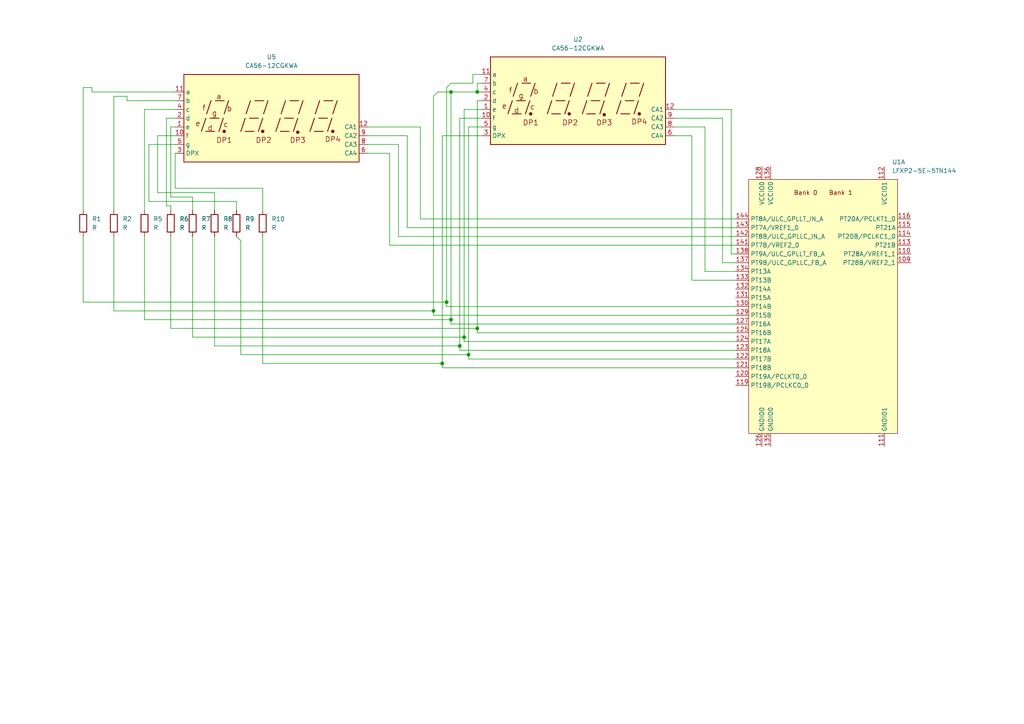
<source format=kicad_sch>
(kicad_sch (version 20231120) (generator "eeschema") (generator_version "8.0")
  (paper "A4")
  (lib_symbols
    (symbol "Device:R" (pin_numbers hide) (pin_names (offset 0))
      (property "Reference" "R" (at 2.032 0 90))
      (property "Value" "R" (at 0 0 90))
      (symbol "R_0_1"
        (rectangle (start -1.016 -2.54) (end 1.016 2.54) (stroke (width 0.254)))
      )
      (symbol "R_1_1"
        (pin passive line (at 0 3.81 270) (length 1.27) (name "~") (number "1"))
        (pin passive line (at 0 -3.81 90) (length 1.27) (name "~") (number "2"))
      )
    )
    (symbol "Display_Character:CA56-12CGKWA"
      (property "Reference" "U" (at -24.13 13.97 0))
      (property "Value" "CA56-12CGKWA" (at 17.78 13.97 0))
      (symbol "CA56-12CGKWA_0_0"
        (rectangle (start -25.4 12.7) (end 25.4 -12.7) (stroke (width 0.254)) (fill (type background)))
        (polyline (pts (xy -20.32 -3.81) (xy -19.05 0)) (stroke (width 0.254)))
        (polyline (pts (xy -19.05 -3.81) (xy -16.51 -3.81)) (stroke (width 0.254)))
        (polyline (pts (xy -18.796 1.27) (xy -17.526 5.08)) (stroke (width 0.254)))
        (polyline (pts (xy -17.78 0) (xy -15.24 0)) (stroke (width 0.254)))
        (polyline (pts (xy -16.256 5.08) (xy -13.716 5.08)) (stroke (width 0.254)))
        (polyline (pts (xy -15.24 -3.81) (xy -13.97 0)) (stroke (width 0.254)))
        (polyline (pts (xy -13.716 1.27) (xy -12.446 5.08)) (stroke (width 0.254)))
        (polyline (pts (xy -8.89 -3.81) (xy -7.62 0)) (stroke (width 0.254)))
        (polyline (pts (xy -7.62 -3.81) (xy -5.08 -3.81)) (stroke (width 0.254)))
        (polyline (pts (xy -7.366 1.27) (xy -6.096 5.08)) (stroke (width 0.254)))
        (polyline (pts (xy -6.35 0) (xy -3.81 0)) (stroke (width 0.254)))
        (polyline (pts (xy -4.826 5.08) (xy -2.286 5.08)) (stroke (width 0.254)))
        (polyline (pts (xy -3.81 -3.81) (xy -2.54 0)) (stroke (width 0.254)))
        (polyline (pts (xy -2.286 1.27) (xy -1.016 5.08)) (stroke (width 0.254)))
        (polyline (pts (xy 1.27 -3.81) (xy 2.54 0)) (stroke (width 0.254)))
        (polyline (pts (xy 2.54 -3.81) (xy 5.08 -3.81)) (stroke (width 0.254)))
        (polyline (pts (xy 2.794 1.27) (xy 4.064 5.08)) (stroke (width 0.254)))
        (polyline (pts (xy 3.81 0) (xy 6.35 0)) (stroke (width 0.254)))
        (polyline (pts (xy 5.334 5.08) (xy 7.874 5.08)) (stroke (width 0.254)))
        (polyline (pts (xy 6.35 -3.81) (xy 7.62 0)) (stroke (width 0.254)))
        (polyline (pts (xy 7.874 1.27) (xy 9.144 5.08)) (stroke (width 0.254)))
        (polyline (pts (xy 11.176 -3.81) (xy 12.446 0)) (stroke (width 0.254)))
        (polyline (pts (xy 12.446 -3.81) (xy 14.986 -3.81)) (stroke (width 0.254)))
        (polyline (pts (xy 12.7 1.27) (xy 13.97 5.08)) (stroke (width 0.254)))
        (polyline (pts (xy 13.716 0) (xy 16.256 0)) (stroke (width 0.254)))
        (polyline (pts (xy 15.24 5.08) (xy 17.78 5.08)) (stroke (width 0.254)))
        (polyline (pts (xy 16.256 -3.81) (xy 17.526 0)) (stroke (width 0.254)))
        (polyline (pts (xy 17.78 1.27) (xy 19.05 5.08)) (stroke (width 0.254)))
        (text "a" (at -15.24 6.35 0) (effects (font (size 1.524 1.524))))
        (text "b" (at -12.192 2.794 0) (effects (font (size 1.524 1.524))))
        (text "c" (at -13.208 -1.778 0) (effects (font (size 1.524 1.524))))
        (text "d" (at -17.78 -2.794 0) (effects (font (size 1.524 1.524))))
        (text "DP1" (at -13.716 -6.35 0) (effects (font (size 1.524 1.524))))
        (text "DP2" (at -2.286 -6.35 0) (effects (font (size 1.524 1.524))))
        (text "DP3" (at 7.62 -6.35 0) (effects (font (size 1.524 1.524))))
        (text "DP4" (at 17.78 -6.096 0) (effects (font (size 1.524 1.524))))
        (text "e" (at -21.336 -1.524 0) (effects (font (size 1.524 1.524))))
        (text "f" (at -19.558 3.048 0) (effects (font (size 1.524 1.524))))
        (text "g" (at -16.51 1.524 0) (effects (font (size 1.524 1.524))))
      )
      (symbol "CA56-12CGKWA_0_1"
        (circle (center -13.716 -3.81) (radius 0.3556) (stroke (width 0.254)) (fill (type outline)))
        (circle (center -2.54 -3.81) (radius 0.3556) (stroke (width 0.254)) (fill (type outline)))
      )
      (symbol "CA56-12CGKWA_1_0"
        (circle (center 7.62 -4.064) (radius 0.3556) (stroke (width 0.254)) (fill (type outline)))
        (circle (center 17.78 -3.81) (radius 0.3556) (stroke (width 0.254)) (fill (type outline)))
      )
      (symbol "CA56-12CGKWA_1_1"
        (pin input line (at -27.94 -2.54 0) (length 2.54) (name "e") (number "1"))
        (pin input line (at -27.94 -5.08 0) (length 2.54) (name "f") (number "10"))
        (pin input line (at -27.94 7.62 0) (length 2.54) (name "a") (number "11"))
        (pin input line (at 27.94 -2.54 180) (length 2.54) (name "CA1") (number "12"))
        (pin input line (at -27.94 0 0) (length 2.54) (name "d") (number "2"))
        (pin input line (at -27.94 -10.16 0) (length 2.54) (name "DPX") (number "3"))
        (pin input line (at -27.94 2.54 0) (length 2.54) (name "c") (number "4"))
        (pin input line (at -27.94 -7.62 0) (length 2.54) (name "g") (number "5"))
        (pin input line (at 27.94 -10.16 180) (length 2.54) (name "CA4") (number "6"))
        (pin input line (at -27.94 5.08 0) (length 2.54) (name "b") (number "7"))
        (pin input line (at 27.94 -7.62 180) (length 2.54) (name "CA3") (number "8"))
        (pin input line (at 27.94 -5.08 180) (length 2.54) (name "CA2") (number "9"))
      )
    )
    (symbol "FPGA_Lattice:LFXP2-5E-5TN144"
      (property "Reference" "U" (at 0 0 0))
      (property "Value" "LFXP2-5E-5TN144" (at 0 -2.54 0))
      (symbol "LFXP2-5E-5TN144_1_0"
        (text "Bank 0" (at -5.08 33.02 0) (effects (font (size 1.27 1.27))))
        (text "Bank 1" (at 5.08 33.02 0) (effects (font (size 1.27 1.27))))
      )
      (symbol "LFXP2-5E-5TN144_1_1"
        (rectangle (start -21.59 36.83) (end 21.59 -36.83) (fill (type background)))
        (pin bidirectional line (at 25.4 12.7 180) (length 3.81) (name "PT28B/VREF2_1") (number "109"))
        (pin bidirectional line (at 25.4 15.24 180) (length 3.81) (name "PT28A/VREF1_1") (number "110"))
        (pin power_in line (at 17.78 -40.64 90) (length 3.81) (name "GNDIO1") (number "111"))
        (pin power_in line (at 17.78 40.64 270) (length 3.81) (name "VCCIO1") (number "112"))
        (pin bidirectional line (at 25.4 17.78 180) (length 3.81) (name "PT21B") (number "113"))
        (pin bidirectional line (at 25.4 20.32 180) (length 3.81) (name "PT20B/PCLKC1_0") (number "114"))
        (pin bidirectional line (at 25.4 22.86 180) (length 3.81) (name "PT21A") (number "115"))
        (pin bidirectional line (at 25.4 25.4 180) (length 3.81) (name "PT20A/PCLKT1_0") (number "116"))
        (pin bidirectional line (at -25.4 -22.86 0) (length 3.81) (name "PT19B/PCLKC0_0") (number "119"))
        (pin bidirectional line (at -25.4 -20.32 0) (length 3.81) (name "PT19A/PCLKT0_0") (number "120"))
        (pin bidirectional line (at -25.4 -17.78 0) (length 3.81) (name "PT18B") (number "121"))
        (pin bidirectional line (at -25.4 -15.24 0) (length 3.81) (name "PT17B") (number "122"))
        (pin bidirectional line (at -25.4 -12.7 0) (length 3.81) (name "PT18A") (number "123"))
        (pin bidirectional line (at -25.4 -10.16 0) (length 3.81) (name "PT17A") (number "124"))
        (pin bidirectional line (at -25.4 -7.62 0) (length 3.81) (name "PT16B") (number "125"))
        (pin power_in line (at -17.78 -40.64 90) (length 3.81) (name "GNDIO0") (number "126"))
        (pin bidirectional line (at -25.4 -5.08 0) (length 3.81) (name "PT16A") (number "127"))
        (pin power_in line (at -17.78 40.64 270) (length 3.81) (name "VCCIO0") (number "128"))
        (pin bidirectional line (at -25.4 -2.54 0) (length 3.81) (name "PT15B") (number "129"))
        (pin bidirectional line (at -25.4 0 0) (length 3.81) (name "PT14B") (number "130"))
        (pin bidirectional line (at -25.4 2.54 0) (length 3.81) (name "PT15A") (number "131"))
        (pin bidirectional line (at -25.4 5.08 0) (length 3.81) (name "PT14A") (number "132"))
        (pin bidirectional line (at -25.4 7.62 0) (length 3.81) (name "PT13B") (number "133"))
        (pin bidirectional line (at -25.4 10.16 0) (length 3.81) (name "PT13A") (number "134"))
        (pin power_in line (at -15.24 -40.64 90) (length 3.81) (name "GNDIO0") (number "135"))
        (pin power_in line (at -15.24 40.64 270) (length 3.81) (name "VCCIO0") (number "136"))
        (pin bidirectional line (at -25.4 12.7 0) (length 3.81) (name "PT9B/ULC_GPLLC_FB_A") (number "137"))
        (pin bidirectional line (at -25.4 15.24 0) (length 3.81) (name "PT9A/ULC_GPLLT_FB_A") (number "138"))
        (pin bidirectional line (at -25.4 17.78 0) (length 3.81) (name "PT7B/VREF2_0") (number "141"))
        (pin bidirectional line (at -25.4 20.32 0) (length 3.81) (name "PT8B/ULC_GPLLC_IN_A") (number "142"))
        (pin bidirectional line (at -25.4 22.86 0) (length 3.81) (name "PT7A/VREF1_0") (number "143"))
        (pin bidirectional line (at -25.4 25.4 0) (length 3.81) (name "PT8A/ULC_GPLLT_IN_A") (number "144"))
      )
      (symbol "LFXP2-5E-5TN144_2_0"
        (text "Bank 2" (at -5.08 30.48 0) (effects (font (size 1.27 1.27))))
        (text "Bank 3" (at 5.08 30.48 0) (effects (font (size 1.27 1.27))))
      )
      (symbol "LFXP2-5E-5TN144_2_1"
        (rectangle (start -21.59 34.29) (end 21.59 -34.29) (fill (type background)))
        (pin bidirectional line (at -25.4 7.62 0) (length 3.81) (name "PR6B") (number "100"))
        (pin bidirectional line (at -25.4 10.16 0) (length 3.81) (name "PR7A") (number "101"))
        (pin bidirectional line (at -25.4 12.7 0) (length 3.81) (name "PR6A") (number "102"))
        (pin bidirectional line (at -25.4 15.24 0) (length 3.81) (name "PR5B") (number "103"))
        (pin bidirectional line (at -25.4 17.78 0) (length 3.81) (name "PR5A") (number "104"))
        (pin power_in line (at -15.24 38.1 270) (length 3.81) (name "VCCIO2") (number "105"))
        (pin power_in line (at -15.24 -38.1 90) (length 3.81) (name "GNDIO2") (number "106"))
        (pin bidirectional line (at -25.4 20.32 0) (length 3.81) (name "PR2B/VREF2_2") (number "107"))
        (pin bidirectional line (at -25.4 22.86 0) (length 3.81) (name "PR2A/VREF1_2") (number "108"))
        (pin bidirectional line (at 25.4 15.24 180) (length 3.81) (name "PR24A/VREF1_3") (number "73"))
        (pin bidirectional line (at 25.4 17.78 180) (length 3.81) (name "PR24B/VREF2_3") (number "74"))
        (pin power_in line (at 17.78 -38.1 90) (length 3.81) (name "GNDIO3") (number "75"))
        (pin power_in line (at 17.78 38.1 270) (length 3.81) (name "VCCIO3") (number "76"))
        (pin bidirectional line (at 25.4 20.32 180) (length 3.81) (name "PR14B/PCLK3_0") (number "77"))
        (pin bidirectional line (at 25.4 22.86 180) (length 3.81) (name "PR14A/PCLKT3_0") (number "78"))
        (pin bidirectional line (at -25.4 -20.32 0) (length 3.81) (name "PR12B/PCLK2_0") (number "87"))
        (pin bidirectional line (at -25.4 -17.78 0) (length 3.81) (name "PR12A/PCLKT2_0") (number "88"))
        (pin bidirectional line (at -25.4 -15.24 0) (length 3.81) (name "PR11B") (number "89"))
        (pin bidirectional line (at -25.4 -12.7 0) (length 3.81) (name "PR11A") (number "90"))
        (pin bidirectional line (at -25.4 -10.16 0) (length 3.81) (name "PR10B") (number "91"))
        (pin bidirectional line (at -25.4 -7.62 0) (length 3.81) (name "PR9B") (number "92"))
        (pin bidirectional line (at -25.4 -5.08 0) (length 3.81) (name "PR10A") (number "93"))
        (pin bidirectional line (at -25.4 -2.54 0) (length 3.81) (name "PR9A") (number "94"))
        (pin power_in line (at -17.78 38.1 270) (length 3.81) (name "VCCIO2") (number "95"))
        (pin bidirectional line (at -25.4 0 0) (length 3.81) (name "PR8B") (number "96"))
        (pin power_in line (at -17.78 -38.1 90) (length 3.81) (name "GNDIO2") (number "97"))
        (pin bidirectional line (at -25.4 2.54 0) (length 3.81) (name "PR8A") (number "98"))
        (pin bidirectional line (at -25.4 5.08 0) (length 3.81) (name "PR7B") (number "99"))
      )
      (symbol "LFXP2-5E-5TN144_3_0"
        (text "Bank 4" (at -5.08 30.48 0) (effects (font (size 1.27 1.27))))
        (text "Bank 5" (at 5.08 30.48 0) (effects (font (size 1.27 1.27))))
      )
      (symbol "LFXP2-5E-5TN144_3_1"
        (rectangle (start -21.59 34.29) (end 21.59 -34.29) (fill (type background)))
        (pin bidirectional line (at 25.4 22.86 180) (length 3.81) (name "PB8A") (number "37"))
        (pin bidirectional line (at 25.4 20.32 180) (length 3.81) (name "PB7A/VREF1_5") (number "38"))
        (pin bidirectional line (at 25.4 17.78 180) (length 3.81) (name "PB8B") (number "39"))
        (pin bidirectional line (at 25.4 15.24 180) (length 3.81) (name "PB7B/VREF2_5") (number "40"))
        (pin power_in line (at 17.78 -38.1 90) (length 3.81) (name "GNDIO5") (number "41"))
        (pin power_in line (at 17.78 38.1 270) (length 3.81) (name "VCCIO5") (number "42"))
        (pin bidirectional line (at 25.4 12.7 180) (length 3.81) (name "PB13B") (number "43"))
        (pin bidirectional line (at 25.4 10.16 180) (length 3.81) (name "PB13A") (number "44"))
        (pin bidirectional line (at 25.4 7.62 180) (length 3.81) (name "PB15A") (number "45"))
        (pin bidirectional line (at 25.4 5.08 180) (length 3.81) (name "PB14A") (number "46"))
        (pin bidirectional line (at 25.4 2.54 180) (length 3.81) (name "PB15B") (number "47"))
        (pin bidirectional line (at 25.4 0 180) (length 3.81) (name "PB14B") (number "48"))
        (pin power_in line (at 15.24 38.1 270) (length 3.81) (name "VCCIO5") (number "49"))
        (pin bidirectional line (at 25.4 -2.54 180) (length 3.81) (name "PB16A") (number "50"))
        (pin power_in line (at 15.24 -38.1 90) (length 3.81) (name "GNDIO5") (number "51"))
        (pin bidirectional line (at 25.4 -5.08 180) (length 3.81) (name "PB16B") (number "52"))
        (pin bidirectional line (at 25.4 -7.62 180) (length 3.81) (name "PB17A") (number "53"))
        (pin bidirectional line (at 25.4 -10.16 180) (length 3.81) (name "PB17B") (number "54"))
        (pin bidirectional line (at 25.4 -12.7 180) (length 3.81) (name "PB18A") (number "55"))
        (pin bidirectional line (at 25.4 -15.24 180) (length 3.81) (name "PB19A/PCLKT5_0") (number "56"))
        (pin bidirectional line (at 25.4 -17.78 180) (length 3.81) (name "PB18B") (number "57"))
        (pin bidirectional line (at 25.4 -20.32 180) (length 3.81) (name "PB19B/PCLKC5_0") (number "58"))
        (pin bidirectional line (at -25.4 22.86 0) (length 3.81) (name "PB20A/PCLKT4_0") (number "61"))
        (pin bidirectional line (at -25.4 20.32 0) (length 3.81) (name "PB20B/PCLKC4_0") (number "62"))
        (pin power_in line (at -17.78 38.1 270) (length 3.81) (name "VCCIO4") (number "63"))
        (pin power_in line (at -17.78 -38.1 90) (length 3.81) (name "GNDIO4") (number "64"))
        (pin bidirectional line (at -25.4 17.78 0) (length 3.81) (name "PB26A/LRC_GPLLT_IN_A") (number "65"))
        (pin bidirectional line (at -25.4 15.24 0) (length 3.81) (name "PB26B/LRC_GPLLC_IN_A") (number "66"))
        (pin bidirectional line (at -25.4 12.7 0) (length 3.81) (name "PB27A/LRC_GPLLT_FB_A") (number "69"))
        (pin bidirectional line (at -25.4 10.16 0) (length 3.81) (name "PB28A/VREF1_4") (number "70"))
        (pin bidirectional line (at -25.4 7.62 0) (length 3.81) (name "PB27B/LRC_GPLLC_FB_A") (number "71"))
        (pin bidirectional line (at -25.4 5.08 0) (length 3.81) (name "PB28B/VREF2_4") (number "72"))
      )
      (symbol "LFXP2-5E-5TN144_4_0"
        (text "Bank 6" (at -5.08 30.48 0) (effects (font (size 1.27 1.27))))
        (text "Bank 7" (at 5.08 30.48 0) (effects (font (size 1.27 1.27))))
      )
      (symbol "LFXP2-5E-5TN144_4_1"
        (rectangle (start -21.59 34.29) (end 21.59 -34.29) (fill (type background)))
        (pin bidirectional line (at 25.4 22.86 180) (length 3.81) (name "PL2A/VREF1_7") (number "1"))
        (pin bidirectional line (at 25.4 5.08 180) (length 3.81) (name "PL7B") (number "10"))
        (pin bidirectional line (at 25.4 2.54 180) (length 3.81) (name "PL8A/CSSPISN") (number "11"))
        (pin power_in line (at 15.24 -38.1 90) (length 3.81) (name "GNDIO7") (number "12"))
        (pin bidirectional line (at 25.4 0 180) (length 3.81) (name "PL8B/CSSPIN") (number "13"))
        (pin power_in line (at 15.24 38.1 270) (length 3.81) (name "VCCIO7") (number "14"))
        (pin bidirectional line (at 25.4 -2.54 180) (length 3.81) (name "PL9A") (number "15"))
        (pin bidirectional line (at 25.4 -5.08 180) (length 3.81) (name "PL10A/CCLK") (number "16"))
        (pin bidirectional line (at 25.4 -7.62 180) (length 3.81) (name "PL9B") (number "17"))
        (pin bidirectional line (at 25.4 -10.16 180) (length 3.81) (name "PL10B/SOSPI") (number "18"))
        (pin bidirectional line (at 25.4 -12.7 180) (length 3.81) (name "PL11A/SISPI") (number "19"))
        (pin bidirectional line (at 25.4 20.32 180) (length 3.81) (name "PL2B/VREF2_7") (number "2"))
        (pin bidirectional line (at 25.4 -15.24 180) (length 3.81) (name "PL11B/INITN") (number "20"))
        (pin bidirectional line (at 25.4 -17.78 180) (length 3.81) (name "PL12A/PCLKT7_0") (number "21"))
        (pin bidirectional line (at 25.4 -20.32 180) (length 3.81) (name "PL12B/PCLKC7_0") (number "22"))
        (pin bidirectional line (at -25.4 22.86 0) (length 3.81) (name "PL15A") (number "27"))
        (pin bidirectional line (at -25.4 20.32 0) (length 3.81) (name "PL14A/PCLKT6_0") (number "28"))
        (pin bidirectional line (at -25.4 17.78 0) (length 3.81) (name "PL15B") (number "29"))
        (pin power_in line (at 17.78 -38.1 90) (length 3.81) (name "GNDIO7") (number "3"))
        (pin bidirectional line (at -25.4 15.24 0) (length 3.81) (name "PL14B/PCLKC6_0") (number "30"))
        (pin bidirectional line (at -25.4 12.7 0) (length 3.81) (name "PL16B") (number "31"))
        (pin bidirectional line (at -25.4 10.16 0) (length 3.81) (name "PL16A") (number "32"))
        (pin power_in line (at -17.78 38.1 270) (length 3.81) (name "VCCIO6") (number "33"))
        (pin power_in line (at -17.78 -38.1 90) (length 3.81) (name "GNDIO6") (number "34"))
        (pin bidirectional line (at -25.4 7.62 0) (length 3.81) (name "PL25A/VREF1_6") (number "35"))
        (pin bidirectional line (at -25.4 5.08 0) (length 3.81) (name "PL25B/VREF2_6") (number "36"))
        (pin power_in line (at 17.78 38.1 270) (length 3.81) (name "VCCIO7") (number "4"))
        (pin bidirectional line (at 25.4 17.78 180) (length 3.81) (name "PL5A") (number "5"))
        (pin bidirectional line (at 25.4 15.24 180) (length 3.81) (name "PL5B") (number "6"))
        (pin bidirectional line (at 25.4 12.7 180) (length 3.81) (name "PL6A/PROGRAMN") (number "7"))
        (pin bidirectional line (at 25.4 10.16 180) (length 3.81) (name "PL6B/DONE") (number "8"))
        (pin bidirectional line (at 25.4 7.62 180) (length 3.81) (name "PL7A/CFG1") (number "9"))
      )
      (symbol "LFXP2-5E-5TN144_5_1"
        (rectangle (start -21.59 16.51) (end 21.59 -16.51) (fill (type background)))
        (pin power_in line (at -12.7 20.32 270) (length 3.81) (name "VCCAUX") (number "117"))
        (pin power_in line (at -2.54 20.32 270) (length 3.81) (name "VCC") (number "118"))
        (pin power_in line (at 15.24 -20.32 90) (length 3.81) (name "ULC_GNDPLL") (number "139"))
        (pin power_in line (at 15.24 20.32 270) (length 3.81) (name "ULC_VCCPLL") (number "140"))
        (pin power_in line (at -5.08 20.32 270) (length 3.81) (name "VCCAUX") (number "23"))
        (pin power_in line (at 5.08 20.32 270) (length 3.81) (name "VCC") (number "24"))
        (pin input line (at -25.4 5.08 0) (length 3.81) (name "TOE") (number "25"))
        (pin input line (at -25.4 2.54 0) (length 3.81) (name "CFG0") (number "26"))
        (pin power_in line (at 2.54 20.32 270) (length 3.81) (name "VCC") (number "59"))
        (pin power_in line (at -7.62 20.32 270) (length 3.81) (name "VCCAUX") (number "60"))
        (pin power_in line (at 17.78 20.32 270) (length 3.81) (name "LRC_VCCPLL") (number "67"))
        (pin power_in line (at 17.78 -20.32 90) (length 3.81) (name "LRC_GNDPLL") (number "68"))
        (pin power_in line (at 0 20.32 270) (length 3.81) (name "VCC") (number "84"))
        (pin power_in line (at -10.16 20.32 270) (length 3.81) (name "VCCAUX") (number "85"))
        (pin power_in line (at -17.78 -20.32 90) (length 3.81) (name "GND") (number "86"))
      )
      (symbol "LFXP2-5E-5TN144_6_0"
        (rectangle (start -16.51 8.89) (end 16.51 -8.89) (fill (type background)))
        (text "Bank 8" (at 0 5.08 0) (effects (font (size 1.27 1.27) (italic yes))))
      )
      (symbol "LFXP2-5E-5TN144_6_1"
        (pin input line (at -20.32 -2.54 0) (length 3.81) (name "TMS") (number "79"))
        (pin input line (at -20.32 0 0) (length 3.81) (name "TDI") (number "80"))
        (pin input line (at -20.32 2.54 0) (length 3.81) (name "TCK") (number "81"))
        (pin output line (at 20.32 0 180) (length 3.81) (name "TDO") (number "82"))
        (pin power_in line (at -7.62 12.7 270) (length 3.81) (name "VCCJ") (number "83"))
      )
    )
  )
  (junction (at 130.81 26.67))
  (junction (at 138.43 26.67))
  (junction (at 130.81 92.71))
  (junction (at 135.89 102.87))
  (junction (at 138.43 95.25))
  (junction (at 129.54 87.63))
  (junction (at 133.35 100.33))
  (junction (at 134.62 97.79))
  (junction (at 128.27 105.41))
  (junction (at 125.73 90.17))
  (wire (pts (xy 195.58 36.83) (xy 204.47 36.83)))
  (wire (pts (xy 138.43 26.67) (xy 139.7 26.67)))
  (wire (pts (xy 50.8 44.45) (xy 50.8 54.61)))
  (wire (pts (xy 130.81 26.67) (xy 130.81 92.71)))
  (wire (pts (xy 195.58 31.75) (xy 212.09 31.75)))
  (wire (pts (xy 138.43 29.21) (xy 138.43 95.25)))
  (wire (pts (xy 128.27 39.37) (xy 139.7 39.37)))
  (wire (pts (xy 49.53 68.58) (xy 49.53 95.25)))
  (wire (pts (xy 139.7 24.13) (xy 138.43 24.13)))
  (wire (pts (xy 212.09 31.75) (xy 212.09 73.66)))
  (wire (pts (xy 62.23 55.88) (xy 62.23 60.96)))
  (wire (pts (xy 33.02 27.94) (xy 36.83 27.94)))
  (wire (pts (xy 118.11 66.04) (xy 213.36 66.04)))
  (wire (pts (xy 135.89 104.14) (xy 213.36 104.14)))
  (wire (pts (xy 26.67 26.67) (xy 50.8 26.67)))
  (wire (pts (xy 195.58 34.29) (xy 209.55 34.29)))
  (wire (pts (xy 49.53 59.69) (xy 49.53 60.96)))
  (wire (pts (xy 76.2 54.61) (xy 76.2 60.96)))
  (wire (pts (xy 41.91 31.75) (xy 41.91 60.96)))
  (wire (pts (xy 48.26 34.29) (xy 50.8 34.29)))
  (wire (pts (xy 36.83 29.21) (xy 50.8 29.21)))
  (wire (pts (xy 45.72 55.88) (xy 62.23 55.88)))
  (wire (pts (xy 125.73 27.94) (xy 125.73 90.17)))
  (wire (pts (xy 24.13 25.4) (xy 26.67 25.4)))
  (wire (pts (xy 134.62 31.75) (xy 139.7 31.75)))
  (wire (pts (xy 68.58 58.42) (xy 68.58 60.96)))
  (wire (pts (xy 121.92 63.5) (xy 213.36 63.5)))
  (wire (pts (xy 115.57 68.58) (xy 213.36 68.58)))
  (wire (pts (xy 69.85 69.85) (xy 68.58 68.58)))
  (wire (pts (xy 62.23 100.33) (xy 133.35 100.33)))
  (wire (pts (xy 33.02 68.58) (xy 33.02 90.17)))
  (wire (pts (xy 48.26 34.29) (xy 48.26 59.69)))
  (wire (pts (xy 204.47 78.74) (xy 213.36 78.74)))
  (wire (pts (xy 49.53 36.83) (xy 49.53 57.15)))
  (wire (pts (xy 113.03 71.12) (xy 213.36 71.12)))
  (wire (pts (xy 138.43 96.52) (xy 213.36 96.52)))
  (wire (pts (xy 106.68 41.91) (xy 115.57 41.91)))
  (wire (pts (xy 50.8 54.61) (xy 76.2 54.61)))
  (wire (pts (xy 125.73 91.44) (xy 125.73 90.17)))
  (wire (pts (xy 139.7 21.59) (xy 137.16 21.59)))
  (wire (pts (xy 62.23 68.58) (xy 62.23 100.33)))
  (wire (pts (xy 138.43 96.52) (xy 138.43 95.25)))
  (wire (pts (xy 55.88 57.15) (xy 55.88 60.96)))
  (wire (pts (xy 121.92 36.83) (xy 121.92 63.5)))
  (wire (pts (xy 130.81 93.98) (xy 130.81 92.71)))
  (wire (pts (xy 133.35 34.29) (xy 139.7 34.29)))
  (wire (pts (xy 138.43 24.13) (xy 138.43 26.67)))
  (wire (pts (xy 49.53 95.25) (xy 138.43 95.25)))
  (wire (pts (xy 33.02 27.94) (xy 33.02 60.96)))
  (wire (pts (xy 130.81 93.98) (xy 213.36 93.98)))
  (wire (pts (xy 69.85 102.87) (xy 69.85 69.85)))
  (wire (pts (xy 36.83 27.94) (xy 36.83 29.21)))
  (wire (pts (xy 43.18 58.42) (xy 68.58 58.42)))
  (wire (pts (xy 48.26 59.69) (xy 49.53 59.69)))
  (wire (pts (xy 200.66 81.28) (xy 213.36 81.28)))
  (wire (pts (xy 55.88 68.58) (xy 55.88 97.79)))
  (wire (pts (xy 33.02 90.17) (xy 125.73 90.17)))
  (wire (pts (xy 137.16 24.13) (xy 130.81 24.13)))
  (wire (pts (xy 69.85 102.87) (xy 135.89 102.87)))
  (wire (pts (xy 134.62 31.75) (xy 134.62 97.79)))
  (wire (pts (xy 43.18 41.91) (xy 43.18 58.42)))
  (wire (pts (xy 130.81 26.67) (xy 138.43 26.67)))
  (wire (pts (xy 115.57 41.91) (xy 115.57 68.58)))
  (wire (pts (xy 212.09 73.66) (xy 213.36 73.66)))
  (wire (pts (xy 43.18 41.91) (xy 50.8 41.91)))
  (wire (pts (xy 118.11 39.37) (xy 118.11 66.04)))
  (wire (pts (xy 49.53 57.15) (xy 55.88 57.15)))
  (wire (pts (xy 106.68 44.45) (xy 113.03 44.45)))
  (wire (pts (xy 106.68 36.83) (xy 121.92 36.83)))
  (wire (pts (xy 128.27 106.68) (xy 213.36 106.68)))
  (wire (pts (xy 41.91 31.75) (xy 50.8 31.75)))
  (wire (pts (xy 135.89 36.83) (xy 139.7 36.83)))
  (wire (pts (xy 204.47 36.83) (xy 204.47 78.74)))
  (wire (pts (xy 138.43 29.21) (xy 139.7 29.21)))
  (wire (pts (xy 134.62 99.06) (xy 213.36 99.06)))
  (wire (pts (xy 135.89 104.14) (xy 135.89 102.87)))
  (wire (pts (xy 41.91 92.71) (xy 130.81 92.71)))
  (wire (pts (xy 127 26.67) (xy 125.73 27.94)))
  (wire (pts (xy 128.27 39.37) (xy 128.27 105.41)))
  (wire (pts (xy 129.54 88.9) (xy 129.54 87.63)))
  (wire (pts (xy 128.27 106.68) (xy 128.27 105.41)))
  (wire (pts (xy 55.88 97.79) (xy 134.62 97.79)))
  (wire (pts (xy 76.2 105.41) (xy 128.27 105.41)))
  (wire (pts (xy 45.72 39.37) (xy 45.72 55.88)))
  (wire (pts (xy 133.35 101.6) (xy 133.35 100.33)))
  (wire (pts (xy 209.55 76.2) (xy 213.36 76.2)))
  (wire (pts (xy 41.91 68.58) (xy 41.91 92.71)))
  (wire (pts (xy 24.13 68.58) (xy 24.13 87.63)))
  (wire (pts (xy 133.35 34.29) (xy 133.35 100.33)))
  (wire (pts (xy 76.2 68.58) (xy 76.2 105.41)))
  (wire (pts (xy 113.03 44.45) (xy 113.03 71.12)))
  (wire (pts (xy 130.81 24.13) (xy 129.54 25.4)))
  (wire (pts (xy 200.66 39.37) (xy 200.66 81.28)))
  (wire (pts (xy 26.67 25.4) (xy 26.67 26.67)))
  (wire (pts (xy 134.62 99.06) (xy 134.62 97.79)))
  (wire (pts (xy 24.13 87.63) (xy 129.54 87.63)))
  (wire (pts (xy 125.73 91.44) (xy 213.36 91.44)))
  (wire (pts (xy 129.54 88.9) (xy 213.36 88.9)))
  (wire (pts (xy 133.35 101.6) (xy 213.36 101.6)))
  (wire (pts (xy 24.13 25.4) (xy 24.13 60.96)))
  (wire (pts (xy 209.55 34.29) (xy 209.55 76.2)))
  (wire (pts (xy 130.81 26.67) (xy 127 26.67)))
  (wire (pts (xy 45.72 39.37) (xy 50.8 39.37)))
  (wire (pts (xy 129.54 25.4) (xy 129.54 87.63)))
  (wire (pts (xy 137.16 21.59) (xy 137.16 24.13)))
  (wire (pts (xy 135.89 36.83) (xy 135.89 102.87)))
  (wire (pts (xy 106.68 39.37) (xy 118.11 39.37)))
  (wire (pts (xy 49.53 36.83) (xy 50.8 36.83)))
  (wire (pts (xy 195.58 39.37) (xy 200.66 39.37)))
  (symbol (lib_id "Device:R") (at 55.88 64.77 0) (unit 1)
    (property "Reference" "R7" (at 58.42 63.4999 0) (effects (justify left)))
    (property "Value" "R" (at 58.42 66.0399 0) (effects (justify left)))
    (property "Description" "Resistor" (effects (hide yes)))
  )
  (symbol (lib_id "Device:R") (at 33.02 64.77 0) (unit 1)
    (property "Reference" "R2" (at 35.56 63.4999 0) (effects (justify left)))
    (property "Value" "R" (at 35.56 66.0399 0) (effects (justify left)))
    (property "Description" "Resistor" (effects (hide yes)))
  )
  (symbol (lib_id "Display_Character:CA56-12CGKWA") (at 78.74 34.29 0) (unit 1)
    (property "Reference" "U5" (at 78.74 16.51 0))
    (property "Value" "CA56-12CGKWA" (at 78.74 19.05 0))
    (property "Footprint" "Display_7Segment:CA56-12CGKWA" (effects (hide yes)))
    (property "Datasheet" "http://www.kingbright.com/attachments/file/psearch/000/00/00/CA56-12CGKWA(Ver.9A).pdf" (effects (hide yes)))
    (property "Description" "4 digit 7 segment Green LED, common anode" (effects (hide yes)))
  )
  (symbol (lib_id "Device:R") (at 49.53 64.77 0) (unit 1)
    (property "Reference" "R6" (at 52.07 63.4999 0) (effects (justify left)))
    (property "Value" "R" (at 52.07 66.0399 0) (effects (justify left)))
    (property "Description" "Resistor" (effects (hide yes)))
  )
  (symbol (lib_id "Device:R") (at 68.58 64.77 0) (unit 1)
    (property "Reference" "R9" (at 71.12 63.4999 0) (effects (justify left)))
    (property "Value" "R" (at 71.12 66.0399 0) (effects (justify left)))
    (property "Description" "Resistor" (effects (hide yes)))
  )
  (symbol (lib_id "Display_Character:CA56-12CGKWA") (at 167.64 29.21 0) (unit 1)
    (property "Reference" "U2" (at 167.64 11.43 0))
    (property "Value" "CA56-12CGKWA" (at 167.64 13.97 0))
    (property "Footprint" "Display_7Segment:CA56-12CGKWA" (effects (hide yes)))
    (property "Datasheet" "http://www.kingbright.com/attachments/file/psearch/000/00/00/CA56-12CGKWA(Ver.9A).pdf" (effects (hide yes)))
    (property "Description" "4 digit 7 segment Green LED, common anode" (effects (hide yes)))
  )
  (symbol (lib_id "Device:R") (at 24.13 64.77 0) (unit 1)
    (property "Reference" "R1" (at 26.67 63.4999 0) (effects (justify left)))
    (property "Value" "R" (at 26.67 66.0399 0) (effects (justify left)))
    (property "Description" "Resistor" (effects (hide yes)))
  )
  (symbol (lib_id "Device:R") (at 62.23 64.77 0) (unit 1)
    (property "Reference" "R8" (at 64.77 63.4999 0) (effects (justify left)))
    (property "Value" "R" (at 64.77 66.0399 0) (effects (justify left)))
    (property "Description" "Resistor" (effects (hide yes)))
  )
  (symbol (lib_id "Device:R") (at 41.91 64.77 0) (unit 1)
    (property "Reference" "R5" (at 44.45 63.4999 0) (effects (justify left)))
    (property "Value" "R" (at 44.45 66.0399 0) (effects (justify left)))
    (property "Description" "Resistor" (effects (hide yes)))
  )
  (symbol (lib_id "FPGA_Lattice:LFXP2-5E-5TN144") (at 238.76 88.9 0) (unit 1)
    (property "Reference" "U1" (at 258.7341 46.99 0) (effects (justify left)))
    (property "Value" "LFXP2-5E-5TN144" (at 258.7341 49.53 0) (effects (justify left)))
    (property "Footprint" "Package_QFP:TQFP-144_20x20mm_P0.5mm" (effects (hide yes)))
    (property "Datasheet" "http://www.latticesemi.com/view_document?document_id=24635" (effects (hide yes)))
    (property "Description" "FPGA, 5000 LUTs, 1.2V, TQFP-144" (effects (hide yes)))
  )
  (symbol (lib_id "Device:R") (at 76.2 64.77 0) (unit 1)
    (property "Reference" "R10" (at 78.74 63.4999 0) (effects (justify left)))
    (property "Value" "R" (at 78.74 66.0399 0) (effects (justify left)))
    (property "Description" "Resistor" (effects (hide yes)))
  )
)
</source>
